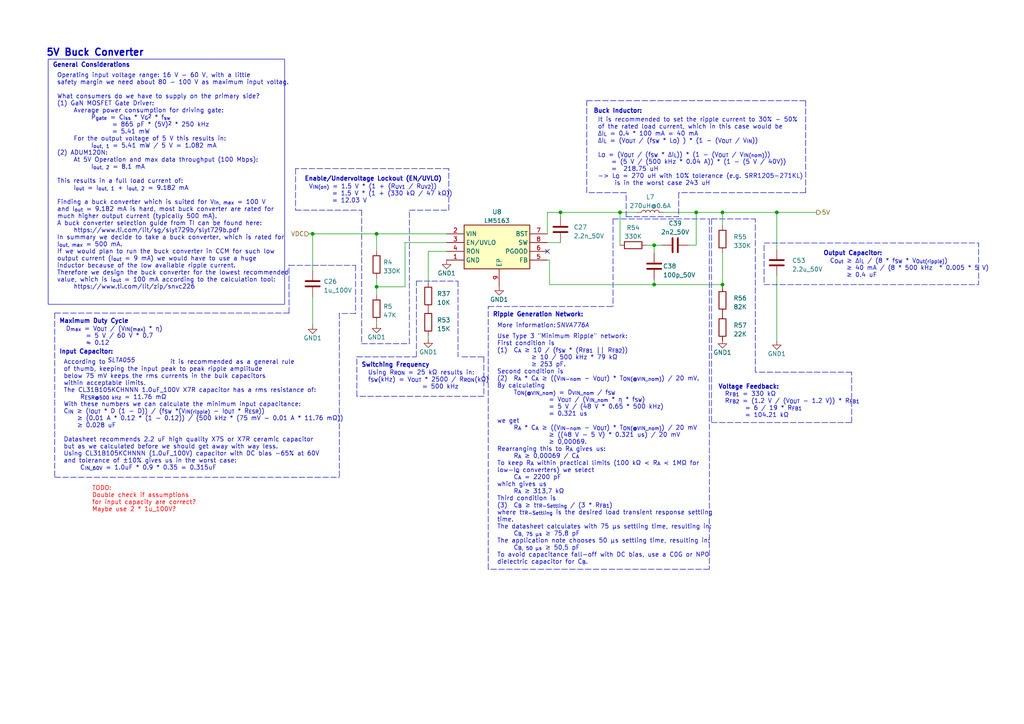
<source format=kicad_sch>
(kicad_sch (version 20231120) (generator "eeschema") (generator_version "8.0")
  (paper "A4")
  (lib_symbols
    (symbol "_C_0603:100p_50V" (pin_numbers hide) (pin_names (offset 0.254))
      (property "Reference" "C" (at 0.635 2.54 0))
      (property "Value" "100p_50V" (at 0.635 -2.54 0))
      (symbol "100p_50V_0_1"
        (polyline (pts (xy -2.032 -0.762) (xy 2.032 -0.762)) (stroke (width 0.508)))
        (polyline (pts (xy -2.032 0.762) (xy 2.032 0.762)) (stroke (width 0.508)))
      )
      (symbol "100p_50V_1_1"
        (pin passive line (at 0 3.81 270) (length 2.794) (name "~") (number "1"))
        (pin passive line (at 0 -3.81 90) (length 2.794) (name "~") (number "2"))
      )
    )
    (symbol "_C_0603:2.2n_50V" (pin_numbers hide) (pin_names (offset 0.254))
      (property "Reference" "C" (at 0.635 2.54 0))
      (property "Value" "2.2n_50V" (at 0.635 -2.54 0))
      (symbol "2.2n_50V_0_1"
        (polyline (pts (xy -2.032 -0.762) (xy 2.032 -0.762)) (stroke (width 0.508)))
        (polyline (pts (xy -2.032 0.762) (xy 2.032 0.762)) (stroke (width 0.508)))
      )
      (symbol "2.2n_50V_1_1"
        (pin passive line (at 0 3.81 270) (length 2.794) (name "~") (number "1"))
        (pin passive line (at 0 -3.81 90) (length 2.794) (name "~") (number "2"))
      )
    )
    (symbol "_C_0603:2n2_50V" (pin_numbers hide) (pin_names (offset 0.254))
      (property "Reference" "C" (at 0.635 2.54 0))
      (property "Value" "2n2_50V" (at 0.635 -2.54 0))
      (symbol "2n2_50V_0_1"
        (polyline (pts (xy -2.032 -0.762) (xy 2.032 -0.762)) (stroke (width 0.508)))
        (polyline (pts (xy -2.032 0.762) (xy 2.032 0.762)) (stroke (width 0.508)))
      )
      (symbol "2n2_50V_1_1"
        (pin passive line (at 0 3.81 270) (length 2.794) (name "~") (number "1"))
        (pin passive line (at 0 -3.81 90) (length 2.794) (name "~") (number "2"))
      )
    )
    (symbol "_C_1206:1u_100V" (pin_numbers hide) (pin_names (offset 0.254))
      (property "Reference" "C" (at 0.635 2.54 0))
      (property "Value" "1u_100V" (at 0.635 -2.54 0))
      (symbol "1u_100V_0_1"
        (polyline (pts (xy -2.032 -0.762) (xy 2.032 -0.762)) (stroke (width 0.508)))
        (polyline (pts (xy -2.032 0.762) (xy 2.032 0.762)) (stroke (width 0.508)))
      )
      (symbol "1u_100V_1_1"
        (pin passive line (at 0 3.81 270) (length 2.794) (name "~") (number "1"))
        (pin passive line (at 0 -3.81 90) (length 2.794) (name "~") (number "2"))
      )
    )
    (symbol "_C_1206:2.2u_50V" (pin_numbers hide) (pin_names (offset 0.254))
      (property "Reference" "C" (at 0.635 2.54 0))
      (property "Value" "2.2u_50V" (at 0.635 -2.54 0))
      (symbol "2.2u_50V_0_1"
        (polyline (pts (xy -2.032 -0.762) (xy 2.032 -0.762)) (stroke (width 0.508)))
        (polyline (pts (xy -2.032 0.762) (xy 2.032 0.762)) (stroke (width 0.508)))
      )
      (symbol "2.2u_50V_1_1"
        (pin passive line (at 0 3.81 270) (length 2.794) (name "~") (number "1"))
        (pin passive line (at 0 -3.81 90) (length 2.794) (name "~") (number "2"))
      )
    )
    (symbol "_L_Power:270uH@0.6A" (pin_numbers hide) (pin_names (offset 1.016) hide)
      (property "Reference" "L" (at -1.27 0 90))
      (property "Value" "270uH@0.6A" (at 1.905 0 90))
      (symbol "270uH@0.6A_0_1"
        (arc (start 0 -2.54) (mid 0.6323 -1.905) (end 0 -1.27))
        (arc (start 0 -1.27) (mid 0.6323 -0.635) (end 0 0))
        (arc (start 0 0) (mid 0.6323 0.635) (end 0 1.27))
        (arc (start 0 1.27) (mid 0.6323 1.905) (end 0 2.54))
      )
      (symbol "270uH@0.6A_1_1"
        (pin passive line (at 0 3.81 270) (length 1.27) (name "1") (number "1"))
        (pin passive line (at 0 -3.81 90) (length 1.27) (name "2") (number "2"))
      )
    )
    (symbol "_R_0603:10K" (pin_numbers hide) (pin_names (offset 0))
      (property "Reference" "R" (at 2.032 0 90))
      (property "Value" "10K" (at 0 0 90))
      (symbol "10K_0_1"
        (rectangle (start -1.016 -2.54) (end 1.016 2.54) (stroke (width 0.254)))
      )
      (symbol "10K_1_1"
        (pin passive line (at 0 3.81 270) (length 1.27) (name "~") (number "1"))
        (pin passive line (at 0 -3.81 90) (length 1.27) (name "~") (number "2"))
      )
    )
    (symbol "_R_0603:15K" (pin_numbers hide) (pin_names (offset 0))
      (property "Reference" "R" (at 2.032 0 90))
      (property "Value" "15K" (at 0 0 90))
      (symbol "15K_0_1"
        (rectangle (start -1.016 -2.54) (end 1.016 2.54) (stroke (width 0.254)))
      )
      (symbol "15K_1_1"
        (pin passive line (at 0 3.81 270) (length 1.27) (name "~") (number "1"))
        (pin passive line (at 0 -3.81 90) (length 1.27) (name "~") (number "2"))
      )
    )
    (symbol "_R_0603:22K" (pin_numbers hide) (pin_names (offset 0))
      (property "Reference" "R" (at 2.032 0 90))
      (property "Value" "22K" (at 0 0 90))
      (symbol "22K_0_1"
        (rectangle (start -1.016 -2.54) (end 1.016 2.54) (stroke (width 0.254)))
      )
      (symbol "22K_1_1"
        (pin passive line (at 0 3.81 270) (length 1.27) (name "~") (number "1"))
        (pin passive line (at 0 -3.81 90) (length 1.27) (name "~") (number "2"))
      )
    )
    (symbol "_R_0603:330K" (pin_numbers hide) (pin_names (offset 0))
      (property "Reference" "R" (at 2.032 0 90))
      (property "Value" "330K" (at 0 0 90))
      (symbol "330K_0_1"
        (rectangle (start -1.016 -2.54) (end 1.016 2.54) (stroke (width 0.254)))
      )
      (symbol "330K_1_1"
        (pin passive line (at 0 3.81 270) (length 1.27) (name "~") (number "1"))
        (pin passive line (at 0 -3.81 90) (length 1.27) (name "~") (number "2"))
      )
    )
    (symbol "_R_0603:47K" (pin_numbers hide) (pin_names (offset 0))
      (property "Reference" "R" (at 2.032 0 90))
      (property "Value" "47K" (at 0 0 90))
      (symbol "47K_0_1"
        (rectangle (start -1.016 -2.54) (end 1.016 2.54) (stroke (width 0.254)))
      )
      (symbol "47K_1_1"
        (pin passive line (at 0 3.81 270) (length 1.27) (name "~") (number "1"))
        (pin passive line (at 0 -3.81 90) (length 1.27) (name "~") (number "2"))
      )
    )
    (symbol "_R_0603:82K" (pin_numbers hide) (pin_names (offset 0))
      (property "Reference" "R" (at 2.032 0 90))
      (property "Value" "82K" (at 0 0 90))
      (symbol "82K_0_1"
        (rectangle (start -1.016 -2.54) (end 1.016 2.54) (stroke (width 0.254)))
      )
      (symbol "82K_1_1"
        (pin passive line (at 0 3.81 270) (length 1.27) (name "~") (number "1"))
        (pin passive line (at 0 -3.81 90) (length 1.27) (name "~") (number "2"))
      )
    )
    (symbol "_Regulator_Switching:LM5163"
      (property "Reference" "U" (at -5.08 11.43 0))
      (property "Value" "LM5163" (at -5.08 8.89 0))
      (symbol "LM5163_1_1"
        (rectangle (start -10.16 6.35) (end 8.89 -6.35) (stroke (width 0.254)) (fill (type background)))
        (pin passive line (at -15.24 -3.81 0) (length 5.08) (name "GND") (number "1"))
        (pin passive line (at -15.24 3.81 0) (length 5.08) (name "VIN") (number "2"))
        (pin passive line (at -15.24 1.27 0) (length 5.08) (name "EN/UVLO") (number "3"))
        (pin passive line (at -15.24 -1.27 0) (length 5.08) (name "RON") (number "4"))
        (pin passive line (at 13.97 -3.81 180) (length 5.08) (name "FB") (number "5"))
        (pin passive line (at 13.97 -1.27 180) (length 5.08) (name "PGOOD") (number "6"))
        (pin passive line (at 13.97 3.81 180) (length 5.08) (name "BST") (number "7"))
        (pin passive line (at 13.97 1.27 180) (length 5.08) (name "SW") (number "8"))
        (pin passive line (at 0 -11.43 90) (length 5.08) (name "EP") (number "9"))
      )
    )
    (symbol "power:GND1" (power) (pin_names (offset 0))
      (property "Value" "GND1" (at 0 -3.81 0))
      (symbol "GND1_0_1"
        (polyline (pts (xy 0 0) (xy 0 -1.27) (xy 1.27 -1.27) (xy 0 -2.54) (xy -1.27 -1.27) (xy 0 -1.27)))
      )
      (symbol "GND1_1_1"
        (pin power_in line (at 0 0 270) (length 0) hide (name "GND1") (number "1"))
      )
    )
  )
  (junction (at 179.832 61.595))
  (junction (at 209.55 82.55))
  (junction (at 109.22 83.185))
  (junction (at 201.93 61.595))
  (junction (at 209.55 61.595))
  (junction (at 189.738 71.12))
  (junction (at 225.298 61.595))
  (junction (at 189.738 82.55))
  (junction (at 109.22 67.818))
  (junction (at 90.678 67.818))
  (junction (at 162.56 61.595))
  (no_connect (at 158.75 72.898))
  (wire (pts (xy 162.56 61.595) (xy 162.56 62.738)))
  (wire (pts (xy 90.678 86.106) (xy 90.678 94.234)))
  (wire (pts (xy 117.475 83.185) (xy 109.22 83.185)))
  (polyline (pts (xy 170.18 55.88) (xy 170.18 29.21)) (stroke (width 0) (type dash)))
  (wire (pts (xy 209.55 61.595) (xy 225.298 61.595)))
  (wire (pts (xy 90.678 67.818) (xy 90.678 78.486)))
  (wire (pts (xy 124.206 72.898) (xy 124.206 82.042)))
  (polyline (pts (xy 118.745 60.96) (xy 130.175 60.96)) (stroke (width 0) (type dash)))
  (wire (pts (xy 189.738 82.55) (xy 209.55 82.55)))
  (polyline (pts (xy 181.61 62.865) (xy 181.61 55.88)) (stroke (width 0) (type dash)))
  (wire (pts (xy 209.55 73.152) (xy 209.55 82.55)))
  (wire (pts (xy 189.738 71.12) (xy 192.024 71.12)))
  (wire (pts (xy 209.55 98.806) (xy 209.55 98.425)))
  (wire (pts (xy 192.405 61.595) (xy 201.93 61.595)))
  (wire (pts (xy 179.832 61.595) (xy 179.832 71.12)))
  (wire (pts (xy 189.738 81.026) (xy 189.738 82.55)))
  (wire (pts (xy 199.644 71.12) (xy 201.93 71.12)))
  (wire (pts (xy 117.475 70.358) (xy 117.475 83.185)))
  (polyline (pts (xy 205.74 165.1) (xy 141.605 165.1)) (stroke (width 0) (type dash)))
  (polyline (pts (xy 103.124 90.932) (xy 98.425 90.932)) (stroke (width 0) (type dash)))
  (polyline (pts (xy 177.8 63.5) (xy 205.74 63.5)) (stroke (width 0) (type dash)))
  (wire (pts (xy 187.452 71.12) (xy 189.738 71.12)))
  (wire (pts (xy 158.75 67.818) (xy 158.75 61.595)))
  (wire (pts (xy 109.22 67.818) (xy 109.22 72.898)))
  (polyline (pts (xy 130.175 60.96) (xy 130.175 48.895)) (stroke (width 0) (type dash)))
  (polyline (pts (xy 104.902 60.96) (xy 104.902 99.695)) (stroke (width 0) (type dash)))
  (polyline (pts (xy 98.425 90.805) (xy 98.425 138.43)) (stroke (width 0) (type dash)))
  (polyline (pts (xy 181.61 62.865) (xy 196.85 62.865)) (stroke (width 0) (type dash)))
  (wire (pts (xy 209.55 61.595) (xy 209.55 65.532)))
  (polyline (pts (xy 103.505 103.505) (xy 120.65 103.505)) (stroke (width 0) (type dash)))
  (polyline (pts (xy 120.777 103.505) (xy 120.777 81.534)) (stroke (width 0) (type dash)))
  (wire (pts (xy 209.55 82.55) (xy 209.55 83.312)))
  (polyline (pts (xy 206.375 122.555) (xy 247.015 122.555)) (stroke (width 0) (type dash)))
  (polyline (pts (xy 83.82 76.962) (xy 103.124 76.962)) (stroke (width 0) (type dash)))
  (polyline (pts (xy 130.175 48.895) (xy 85.725 48.895)) (stroke (width 0) (type dash)))
  (wire (pts (xy 162.56 61.595) (xy 179.832 61.595)))
  (wire (pts (xy 209.55 91.186) (xy 209.55 90.932)))
  (polyline (pts (xy 177.8 63.5) (xy 177.8 88.9)) (stroke (width 0) (type dash)))
  (polyline (pts (xy 104.902 99.695) (xy 118.745 99.695)) (stroke (width 0) (type dash)))
  (wire (pts (xy 158.75 61.595) (xy 162.56 61.595)))
  (polyline (pts (xy 206.375 63.5) (xy 206.375 122.555)) (stroke (width 0) (type dash)))
  (polyline (pts (xy 118.745 99.695) (xy 118.745 60.96)) (stroke (width 0) (type dash)))
  (polyline (pts (xy 85.725 60.96) (xy 104.902 60.96)) (stroke (width 0) (type dash)))
  (polyline (pts (xy 85.725 48.895) (xy 85.725 60.96)) (stroke (width 0) (type dash)))
  (wire (pts (xy 159.385 75.438) (xy 158.75 75.438)))
  (polyline (pts (xy 140.335 114.935) (xy 103.505 114.935)) (stroke (width 0) (type dash)))
  (polyline (pts (xy 125.222 81.534) (xy 132.842 81.534)) (stroke (width 0) (type dash)))
  (wire (pts (xy 109.22 83.185) (xy 109.22 85.725)))
  (polyline (pts (xy 247.015 122.555) (xy 247.015 107.95)) (stroke (width 0) (type dash)))
  (wire (pts (xy 109.22 83.185) (xy 109.22 80.518)))
  (wire (pts (xy 124.206 72.898) (xy 129.54 72.898)))
  (wire (pts (xy 225.298 61.595) (xy 225.298 72.39)))
  (wire (pts (xy 109.22 93.345) (xy 109.22 93.98)))
  (polyline (pts (xy 233.68 29.21) (xy 233.68 55.88)) (stroke (width 0) (type dash)))
  (polyline (pts (xy 205.74 63.5) (xy 205.74 165.1)) (stroke (width 0) (type dash)))
  (wire (pts (xy 129.54 70.358) (xy 117.475 70.358)))
  (wire (pts (xy 109.22 67.818) (xy 129.54 67.818)))
  (wire (pts (xy 90.678 67.818) (xy 109.22 67.818)))
  (polyline (pts (xy 219.075 107.95) (xy 219.075 63.5)) (stroke (width 0) (type dash)))
  (polyline (pts (xy 15.875 90.805) (xy 83.82 90.805)) (stroke (width 0) (type dash)))
  (polyline (pts (xy 133.985 103.505) (xy 140.335 103.505)) (stroke (width 0) (type dash)))
  (polyline (pts (xy 15.875 138.43) (xy 98.425 138.43)) (stroke (width 0) (type dash)))
  (wire (pts (xy 158.75 70.358) (xy 162.56 70.358)))
  (wire (pts (xy 159.385 82.55) (xy 159.385 75.438)))
  (polyline (pts (xy 196.85 55.88) (xy 196.85 62.865)) (stroke (width 0) (type dash)))
  (wire (pts (xy 201.93 61.595) (xy 201.93 71.12)))
  (polyline (pts (xy 103.124 76.962) (xy 103.124 90.932)) (stroke (width 0) (type dash)))
  (wire (pts (xy 89.662 67.818) (xy 90.678 67.818)))
  (polyline (pts (xy 141.605 165.1) (xy 141.605 88.9)) (stroke (width 0) (type dash)))
  (wire (pts (xy 189.738 71.12) (xy 189.738 73.406)))
  (wire (pts (xy 201.93 61.595) (xy 209.55 61.595)))
  (polyline (pts (xy 140.335 103.505) (xy 140.335 114.935)) (stroke (width 0) (type dash)))
  (polyline (pts (xy 233.68 55.88) (xy 196.85 55.88)) (stroke (width 0) (type dash)))
  (wire (pts (xy 179.832 61.595) (xy 184.785 61.595)))
  (polyline (pts (xy 206.375 63.5) (xy 219.075 63.5)) (stroke (width 0) (type dash)))
  (polyline (pts (xy 120.777 81.534) (xy 125.222 81.534)) (stroke (width 0) (type dash)))
  (wire (pts (xy 225.298 61.595) (xy 236.855 61.595)))
  (polyline (pts (xy 15.875 90.805) (xy 15.875 138.43)) (stroke (width 0) (type dash)))
  (polyline (pts (xy 103.505 114.935) (xy 103.505 103.505)) (stroke (width 0) (type dash)))
  (polyline (pts (xy 170.18 29.21) (xy 233.68 29.21)) (stroke (width 0) (type dash)))
  (polyline (pts (xy 181.61 55.88) (xy 170.18 55.88)) (stroke (width 0) (type dash)))
  (wire (pts (xy 225.298 80.01) (xy 225.298 98.806)))
  (wire (pts (xy 124.206 97.282) (xy 124.206 98.298)))
  (wire (pts (xy 159.385 82.55) (xy 189.738 82.55)))
  (polyline (pts (xy 132.842 81.534) (xy 132.842 103.505)) (stroke (width 0) (type dash)))
  (polyline (pts (xy 247.015 107.95) (xy 219.075 107.95)) (stroke (width 0) (type dash)))
  (polyline (pts (xy 141.605 88.9) (xy 177.8 88.9)) (stroke (width 0) (type dash)))
  (polyline (pts (xy 83.82 90.805) (xy 83.82 76.835)) (stroke (width 0) (type dash)))
  (rectangle (start 221.615 70.485) (end 283.845 82.55) (stroke (width 0) (type dash)))
  (rectangle (start 13.97 17.145) (end 82.55 88.265))
  (text "5V Buck Converter" (at 13.335 16.51 0) (effects (font (size 2 2) (bold yes)) (justify left bottom)))
  (text "Buck Inductor:" (at 172.085 33.02 0) (effects (font (size 1.27 1.27) (bold yes)) (justify left bottom)))
  (text "Switching Frequency" (at 104.775 106.68 0) (effects (font (size 1.27 1.27) (bold yes)) (justify left bottom)))
  (text "More information:" (at 144.145 95.25 0) (effects (font (size 1.27 1.27)) (justify left bottom)))
  (text "Maximum Duty Cycle" (at 17.145 93.98 0) (effects (font (size 1.27 1.27) (bold yes)) (justify left bottom)))
  (text "Ripple Generation Network:" (at 142.875 92.075 0) (effects (font (size 1.27 1.27) (bold yes)) (justify left bottom)))
  (text "SLTA055" (at 31.115 105.41 0) (effects (font (size 1.27 1.27) (italic yes)) (justify left bottom)))
  (text "TODO:\nDouble check if assumptions\nfor input capacity are correct? \nMaybe use 2 * 1u_100V?" (at 26.67 148.59 0) (effects (font (size 1.27 1.27)) (justify left bottom)))
  (text "C_{Out} ≥ ΔI_{L} / (8 * f_{SW} * V_{Out(ripple)})\n	≥ 40 mA / (8 * 500 kHz  * 0.005 * 5 V)\n	≥ 0.4 uF" (at 240.665 80.645 0) (effects (font (size 1.27 1.27)) (justify left bottom)))
  (text "V_{IN(on)} = 1.5 V * (1 + (R_{UV1} / R_{UV2}))\n	  = 1.5 V * (1 + (330 kΩ / 47 kΩ))\n	  = 12.03 V" (at 89.535 59.055 0) (effects (font (size 1.27 1.27)) (justify left bottom)))
  (text "Output Capacitor:" (at 238.76 74.295 0) (effects (font (size 1.27 1.27) (bold yes)) (justify left bottom)))
  (text "Using R_{RON} = 25 kΩ results in:\nf_{SW}(kHz) = V_{OUT} * 2500 / R_{RON}(kΩ)\n     	      = 500 kHz" (at 106.68 113.03 0) (effects (font (size 1.27 1.27)) (justify left bottom)))
  (text "Input Capacitor:" (at 17.145 102.87 0) (effects (font (size 1.27 1.27) (bold yes)) (justify left bottom)))
  (text "Voltage Feedback:" (at 208.28 113.03 0) (effects (font (size 1.27 1.27) (bold yes)) (justify left bottom)))
  (text "SNVA776A" (at 161.29 95.25 0) (effects (font (size 1.27 1.27) (italic yes)) (justify left bottom)))
  (text "Enable/Undervoltage Lockout (EN/UVLO)" (at 88.265 52.705 0) (effects (font (size 1.27 1.27) (bold yes)) (justify left bottom)))
  (text "Operating input voltage range: 16 V - 60 V, with a little\nsafety margin we need about 80 - 100 V as maximum input voltag.\n\nWhat consumers do we have to supply on the primary side?\n(1) GaN MOSFET Gate Driver:\n 	Average power consumption for driving gate:\n		P_{gate} = C_{iss} * V_{G}^{2} * f_{sw}\n       	 	 = 865 pF * (5V)^{2} * 250 kHz\n       		 = 5.41 mW\n	For the output voltage of 5 V this results in:\n		I_{out, 1} = 5.41 mW / 5 V = 1.082 mA\n(2) ADUM120N:\n	At 5V Operation and max data throughput (100 Mbps):\n		I_{out, 2} = 8.1 mA\n\nThis results in a full load current of:\n	I_{out} = I_{out, 1} + I_{out, 2} = 9.182 mA\n\nFinding a buck converter which is suited for V_{in, max} = 100 V\nand I_{out} = 9.182 mA is hard, most buck converter are rated for\nmuch higher output current (typically 500 mA).\nA buck converter selection guide from TI can be found here:\n	https://www.ti.com/lit/sg/slyt729b/slyt729b.pdf\nIn summary we decide to take a buck converter, which is rated for\nI_{out, max} = 500 mA.\nIf we would plan to run the buck converter in CCM for such low\noutput current (I_{out} = 9 mA) we would have to use a huge\ninductor because of the low available ripple current.\nTherefore we design the buck converter for the lowest recommended\nvalue, which is I_{out} = 100 mA according to the calculation tool:\n	https://www.ti.com/lit/zip/snvc226\n\n\n\n" (at 16.51 90.17 0) (effects (font (size 1.27 1.27)) (justify left bottom)))
  (text "R_{FB1} = 330 kΩ\nR_{FB2} = (1.2 V / (V_{OUT} - 1.2 V)) * R_{FB1}\n      = 6 / 19 * R_{FB1}\n      = 104.21 kΩ" (at 210.185 121.285 0) (effects (font (size 1.27 1.27)) (justify left bottom)))
  (text "General Considerations" (at 15.24 19.685 0) (effects (font (size 1.27 1.27) (bold yes)) (justify left bottom)))
  (text "According to		      it is recommended as a general rule\nof thumb, keeping the input peak to peak ripple amplitude \nbelow 75 mV keeps the rms currents in the bulk capacitors\nwithin acceptable limits.\nThe CL31B105KCHNNN 1.0uF_100V X7R capacitor has a rms resistance of:\n	R_{ESR@500 kHz} = 11.76 mΩ\nWith these numbers we can calculate the minimum input capacitance:\nC_{IN} ≥ (I_{OUT} * D (1 - D)) / (f_{SW} *(V_{IN(ripple)} - I_{OUT} * R_{ESR}))\n    ≥ (0.01 A * 0.12 * (1 - 0.12)) / (500 kHz * (75 mV - 0.01 A * 11.76 mΩ))\n    ≥ 0.028 uF\n\nDatasheet recommends 2.2 uF high quality X7S or X7R ceramic capacitor\nbut as we calculated before we should get away with way less.\nUsing CL31B105KCHNNN (1.0uF_100V) capacitor with DC bias -65% at 60V\nand tolerance of ±10% gives us in the worst case:\n	C_{IN_60V} = 1.0uF * 0.9 * 0.35 = 0.315uF" (at 18.415 136.525 0) (effects (font (size 1.27 1.27)) (justify left bottom)))
  (text "Use Type 3 \"Minimum Ripple\" network:\nFirst condition is\n(1)	C_{A} ≥ 10 / (f_{SW} * (R_{FB1} || R_{FB2}))\n		≥ 10 / 500 kHz * 79 kΩ\n		≥ 253 pF.\nSecond condition is\n(2)	R_{A} * C_{A} ≥ ((V_{IN-nom} - V_{OUT}) * T_{ON(@VIN_nom)}) / 20 mV.\nBy calculating\n	T_{ON(@VIN_nom)} = D_{VIN_nom} / f_{SW}\n			= V_{OUT} / (V_{IN_nom} * η * f_{SW})\n			= 5 V / (48 V * 0.65 * 500 kHz)\n			= 0.321 us\nwe get\n	R_{A} * C_{A} ≥ ((V_{IN-nom} - V_{OUT}) * T_{ON(@VIN_nom)}) / 20 mV\n			≥ ((48 V - 5 V) * 0.321 us) / 20 mV\n			≥ 0,00069.\nRearranging this to R_{A} gives us:\n	R_{A} ≥ 0,00069 / C_{A}\nTo keep R_{A} within practical limits (100 kΩ < R_{A} < 1MΩ for\nlow-I_{Q} converters) we select \n	C_{A} = 2200 pF\nwhich gives us \n	R_{A} ≥ 313,7 kΩ\nThird condition is\n(3)	C_{B} ≥ t_{TR-Settling} / (3 * R_{FB1})\nwhere t_{TR-Settling} is the desired load transient response settling\ntime.\nThe datasheet calculates with 75 μs settling time, resulting in:\n	C_{B, 75 μs} ≥ 75,8 pF\nThe application note chooses 50 μs settling time, resulting in:\n	C_{B, 50 μs} ≥ 50,5 pF\nTo avoid capacitance fall-off with DC bias, use a C0G or NP0\ndielectric capacitor for C_{B}." (at 144.145 163.83 0) (effects (font (size 1.27 1.27)) (justify left bottom)))
  (text "It is recommended to set the ripple current to 30% - 50%\nof the rated load current, which in this case would be\nΔI_{L} = 0.4 * 100 mA = 40 mA\nΔI_{L} = (V_{OUT} / (f_{SW} * L_{O}) ) * (1 - (V_{OUT} / V_{IN}))\n\nL_{O} = (V_{OUT} / (f_{SW} * ΔI_{L})) * (1 - (V_{OUT} / V_{IN(nom)}))\n    = (5 V / (500 kHz * 0.04 A)) * (1 - (5 V / 40V))\n    =  218.75 uH\n-> L_{O} = 270 uH with 10% tolerance (e.g. SRR1205-271KL)\n     is in the worst case 243 uH\n" (at 173.355 53.975 0) (effects (font (size 1.27 1.27)) (justify left bottom)))
  (text "D_{max} = V_{OUT} / (V_{IN(max)} * η)\n	 = 5 V / 60 V * 0.7\n	 ≈ 0.12" (at 19.05 100.33 0) (effects (font (size 1.27 1.27)) (justify left bottom)))
  (hierarchical_label "5V" (shape output) (at 236.855 61.595 0))
  (hierarchical_label "VDC" (shape input) (at 89.662 67.818 180))
  (symbol (lib_id "power:GND1") (at 225.298 98.806 0) (unit 1)
    (property "Reference" "#PWR0102" (effects (hide yes)))
    (property "Value" "GND1" (at 225.298 102.616 0))
  )
  (symbol (lib_id "_C_0603:2n2_50V") (at 195.834 71.12 90) (unit 1)
    (property "Reference" "C39" (at 195.834 64.77 90))
    (property "Value" "2n2_50V" (at 195.834 67.31 90))
    (property "Footprint" "Capacitor_SMD:C_0603_1608Metric" (effects (hide yes)))
    (property "Datasheet" "https://datasheet.lcsc.com/lcsc/2304140030_FH--Guangdong-Fenghua-Advanced-Tech-0603B222K500NT_C1604.pdf" (effects (hide yes)))
    (property "MF" "FH (Guangdong Fenghua Advanced Tech)" (effects (hide yes)))
    (property "MPN" "0603B222K500NT" (effects (hide yes)))
    (property "OC_LCSC" "C1604" (effects (hide yes)))
  )
  (symbol (lib_id "_R_0603:22K") (at 209.55 94.996 0) (unit 1)
    (property "Reference" "R57" (at 212.725 94.361 0) (effects (justify left)))
    (property "Value" "22K" (at 212.725 96.901 0) (effects (justify left)))
    (property "Footprint" "Resistor_SMD:R_0603_1608Metric" (effects (hide yes)))
    (property "MF" "UNI-ROYAL" (effects (hide yes)))
    (property "MPN" "0603WAF2202T5E" (effects (hide yes)))
    (property "OC_LCSC" "C31850" (effects (hide yes)))
  )
  (symbol (lib_id "_C_0603:2.2n_50V") (at 162.56 66.548 0) (unit 1)
    (property "Reference" "C27" (at 166.37 65.913 0) (effects (justify left)))
    (property "Value" "2.2n_50V" (at 166.37 68.453 0) (effects (justify left)))
    (property "Footprint" "Capacitor_SMD:C_0603_1608Metric" (effects (hide yes)))
    (property "Datasheet" "https://datasheet.lcsc.com/lcsc/2304140030_FH--Guangdong-Fenghua-Advanced-Tech-0603B222K500NT_C1604.pdf" (effects (hide yes)))
    (property "MF" "FH (Guangdong Fenghua Advanced Tech)" (effects (hide yes)))
    (property "MPN" "0603B222K500NT" (effects (hide yes)))
    (property "OC_LCSC" "C1604" (effects (hide yes)))
  )
  (symbol (lib_id "_R_0603:47K") (at 109.22 89.535 0) (unit 1)
    (property "Reference" "R5" (at 111.125 88.9 0) (effects (justify left)))
    (property "Value" "47K" (at 111.125 91.44 0) (effects (justify left)))
    (property "Footprint" "Resistor_SMD:R_0603_1608Metric" (effects (hide yes)))
    (property "MF" "UNI-ROYAL" (effects (hide yes)))
    (property "MPN" "0603WAF4702T5E" (effects (hide yes)))
    (property "OC_LCSC" "C25819" (effects (hide yes)))
  )
  (symbol (lib_id "_C_1206:2.2u_50V") (at 225.298 76.2 0) (unit 1)
    (property "Reference" "C53" (at 229.743 75.565 0) (effects (justify left)))
    (property "Value" "2.2u_50V" (at 229.743 78.105 0) (effects (justify left)))
    (property "Footprint" "Capacitor_SMD:C_1206_3216Metric" (effects (hide yes)))
    (property "Datasheet" "https://product.samsungsem.com/mlcc/CL31B225KBHNNN.do" (effects (hide yes)))
    (property "MF" "Samsung Electro-Mechanics" (effects (hide yes)))
    (property "MPN" "CL31B225KBHNNNE" (effects (hide yes)))
    (property "OC_LCSC" "C50254" (effects (hide yes)))
  )
  (symbol (lib_id "power:GND1") (at 144.78 83.058 0) (unit 1)
    (property "Reference" "#PWR078" (effects (hide yes)))
    (property "Value" "GND1" (at 144.78 86.868 0))
  )
  (symbol (lib_id "_R_0603:10K") (at 124.206 85.852 0) (unit 1)
    (property "Reference" "R37" (at 126.746 85.217 0) (effects (justify left)))
    (property "Value" "10K" (at 126.746 87.757 0) (effects (justify left)))
    (property "Footprint" "Resistor_SMD:R_0603_1608Metric" (effects (hide yes)))
    (property "MF" "UNI-ROYAL" (effects (hide yes)))
    (property "MPN" "0603WAF1002T5E" (effects (hide yes)))
    (property "OC_LCSC" "C25804" (effects (hide yes)))
  )
  (symbol (lib_id "_R_0603:15K") (at 124.206 93.472 0) (unit 1)
    (property "Reference" "R53" (at 126.746 92.837 0) (effects (justify left)))
    (property "Value" "15K" (at 126.746 95.377 0) (effects (justify left)))
    (property "Footprint" "Resistor_SMD:R_0603_1608Metric" (effects (hide yes)))
    (property "MF" "UNI-ROYAL" (effects (hide yes)))
    (property "MPN" "0603WAF1502T5E" (effects (hide yes)))
    (property "OC_LCSC" "C22809" (effects (hide yes)))
  )
  (symbol (lib_id "power:GND1") (at 209.55 98.425 0) (unit 1)
    (property "Reference" "#PWR0103" (effects (hide yes)))
    (property "Value" "GND1" (at 209.55 102.235 0))
  )
  (symbol (lib_id "power:GND1") (at 124.206 98.298 0) (unit 1)
    (property "Reference" "#PWR063" (effects (hide yes)))
    (property "Value" "GND1" (at 124.206 102.108 0))
  )
  (symbol (lib_id "_R_0603:82K") (at 209.55 87.122 0) (unit 1)
    (property "Reference" "R56" (at 212.725 86.487 0) (effects (justify left)))
    (property "Value" "82K" (at 212.725 89.027 0) (effects (justify left)))
    (property "Footprint" "Resistor_SMD:R_0603_1608Metric" (effects (hide yes)))
    (property "MF" "UNI-ROYAL" (effects (hide yes)))
    (property "MPN" "0603WAF8202T5E" (effects (hide yes)))
    (property "OC_LCSC" "C23254" (effects (hide yes)))
  )
  (symbol (lib_id "_R_0603:330K") (at 109.22 76.708 0) (unit 1)
    (property "Reference" "R4" (at 111.125 76.073 0) (effects (justify left)))
    (property "Value" "330K" (at 111.125 78.613 0) (effects (justify left)))
    (property "Footprint" "Resistor_SMD:R_0603_1608Metric" (effects (hide yes)))
    (property "MF" "UNI-ROYAL" (effects (hide yes)))
    (property "MPN" "0603WAF3303T5E" (effects (hide yes)))
    (property "OC_LCSC" "C23137" (effects (hide yes)))
  )
  (symbol (lib_id "_R_0603:330K") (at 183.642 71.12 90) (unit 1)
    (property "Reference" "R54" (at 183.642 66.04 90))
    (property "Value" "330K" (at 183.642 68.58 90))
    (property "Footprint" "Resistor_SMD:R_0603_1608Metric" (effects (hide yes)))
    (property "MF" "UNI-ROYAL" (effects (hide yes)))
    (property "MPN" "0603WAF3303T5E" (effects (hide yes)))
    (property "OC_LCSC" "C23137" (effects (hide yes)))
  )
  (symbol (lib_id "power:GND1") (at 129.54 75.438 0) (unit 1)
    (property "Reference" "#PWR061" (effects (hide yes)))
    (property "Value" "GND1" (at 129.54 79.248 0))
  )
  (symbol (lib_id "power:GND1") (at 109.22 93.98 0) (unit 1)
    (property "Reference" "#PWR044" (effects (hide yes)))
    (property "Value" "GND1" (at 109.22 97.79 0))
  )
  (symbol (lib_id "_L_Power:270uH@0.6A") (at 188.595 61.595 90) (unit 1)
    (property "Reference" "L7" (at 188.595 57.15 90))
    (property "Value" "270uH@0.6A" (at 188.595 59.69 90))
    (property "Footprint" "OpenCE:L_Bourns_SRR1205" (effects (hide yes)))
    (property "Datasheet" "http://www.bourns.com/docs/Product-Datasheets/SRR1205.pdf" (effects (hide yes)))
    (property "MF" "Bourns" (effects (hide yes)))
    (property "MPN" "SRR1205-271KL" (effects (hide yes)))
    (property "OC_MOUSER" "652-SRR1205-271KL" (effects (hide yes)))
  )
  (symbol (lib_id "_R_0603:330K") (at 209.55 69.342 0) (unit 1)
    (property "Reference" "R55" (at 212.725 68.707 0) (effects (justify left)))
    (property "Value" "330K" (at 212.725 71.247 0) (effects (justify left)))
    (property "Footprint" "Resistor_SMD:R_0603_1608Metric" (effects (hide yes)))
    (property "MF" "UNI-ROYAL" (effects (hide yes)))
    (property "MPN" "0603WAF3303T5E" (effects (hide yes)))
    (property "OC_LCSC" "C23137" (effects (hide yes)))
  )
  (symbol (lib_id "_C_1206:1u_100V") (at 90.678 82.296 0) (unit 1)
    (property "Reference" "C26" (at 93.853 81.661 0) (effects (justify left)))
    (property "Value" "1u_100V" (at 93.853 84.201 0) (effects (justify left)))
    (property "Footprint" "Capacitor_SMD:C_1206_3216Metric" (effects (hide yes)))
    (property "Datasheet" "https://product.samsungsem.com/mlcc/CL31B105KCHNNN.do" (effects (hide yes)))
    (property "OC_LCSC" "C13832" (effects (hide yes)))
  )
  (symbol (lib_id "_C_0603:100p_50V") (at 189.738 77.216 0) (unit 1)
    (property "Reference" "C38" (at 192.278 77.216 0) (effects (justify left)))
    (property "Value" "100p_50V" (at 192.278 79.756 0) (effects (justify left)))
    (property "Footprint" "Capacitor_SMD:C_0603_1608Metric" (effects (hide yes)))
    (property "MF" "Samsung Electro-Mechanics" (effects (hide yes)))
    (property "MPN" "CL10C101JB8NNNC" (effects (hide yes)))
    (property "OC_LCSC" "C14858" (effects (hide yes)))
  )
  (symbol (lib_id "_Regulator_Switching:LM5163") (at 144.78 71.628 0) (unit 1)
    (property "Reference" "U8" (at 144.145 61.468 0))
    (property "Value" "LM5163" (at 144.145 64.008 0))
    (property "Footprint" "Package_SO:TI_SO-PowerPAD-8_ThermalVias" (effects (hide yes)))
    (property "Datasheet" "https://www.ti.com/lit/ds/symlink/lm5163.pdf" (effects (hide yes)))
    (property "Height" "1.7" (effects (hide yes)))
    (property "Manufacturer_Name" "Texas Instruments" (effects (hide yes)))
    (property "Manufacturer_Part_Number" "LM5163DDAR" (effects (hide yes)))
    (property "Mouser Part Number" "595-LM5163DDAR" (effects (hide yes)))
    (property "MF" "Texas Instruments" (effects (hide yes)))
    (property "MPN" "LM5163DDAR" (effects (hide yes)))
    (property "OC_LCSC" "C2873264" (effects (hide yes)))
    (property "OC_MOUSER" "595-LM5163DDAR" (effects (hide yes)))
  )
  (symbol (lib_id "power:GND1") (at 90.678 94.234 0) (unit 1)
    (property "Reference" "#PWR018" (effects (hide yes)))
    (property "Value" "GND1" (at 90.678 98.044 0))
  )
)
</source>
